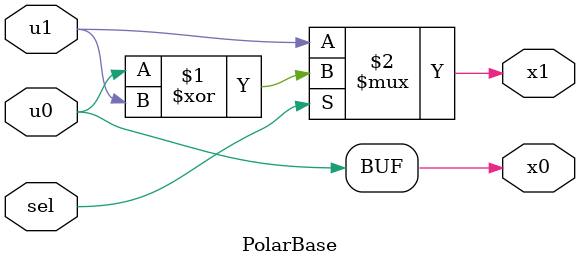
<source format=v>
`timescale 1ns / 1ps


module PolarBase(
    sel,
    u1,
    u0,
    x1,
    x0
);
/*******************************************************************************/
/*                              Parameter                                      */
/*******************************************************************************/

/*******************************************************************************/
/*                              IO Direction                                   */
/*******************************************************************************/
input  sel;
input  u0, u1;
output x0, x1;
/*******************************************************************************/
/*                              Signal Declaration                             */
/*******************************************************************************/
/*******************************************************************************/
/*                              Instance                                       */
/*******************************************************************************/
/*******************************************************************************/
/*                              Logic                                          */
/*******************************************************************************/
assign x1 = sel ? u0 ^ u1 : u1;
assign x0 = u0; 
endmodule

</source>
